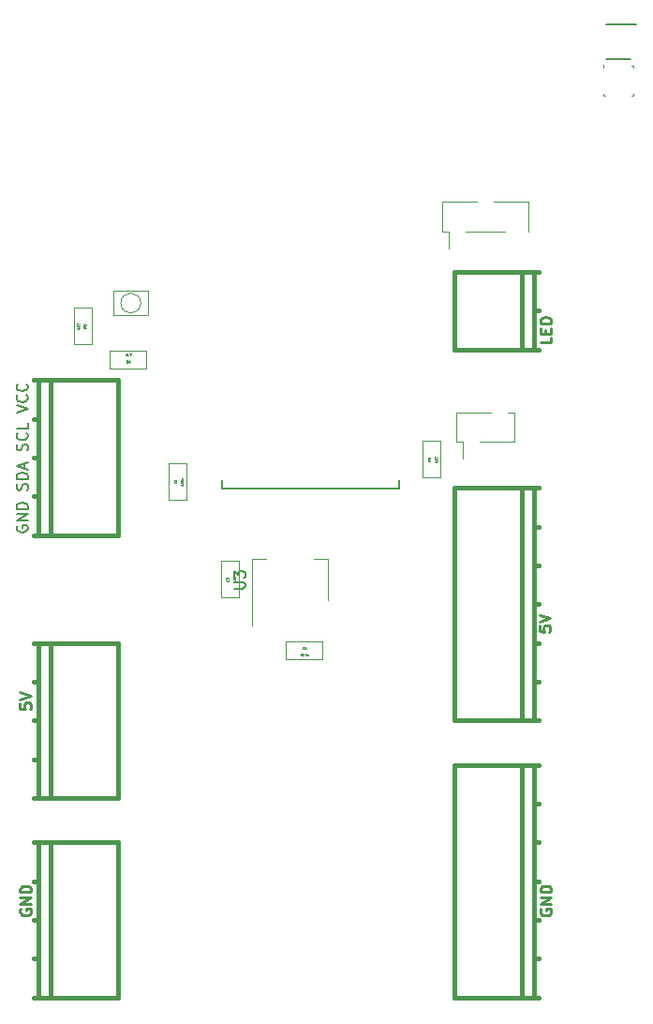
<source format=gbr>
G04 #@! TF.GenerationSoftware,KiCad,Pcbnew,(5.0.0)*
G04 #@! TF.CreationDate,2019-11-27T07:53:08+01:00*
G04 #@! TF.ProjectId,hexagon,68657861676F6E2E6B696361645F7063,rev?*
G04 #@! TF.SameCoordinates,Original*
G04 #@! TF.FileFunction,Legend,Top*
G04 #@! TF.FilePolarity,Positive*
%FSLAX46Y46*%
G04 Gerber Fmt 4.6, Leading zero omitted, Abs format (unit mm)*
G04 Created by KiCad (PCBNEW (5.0.0)) date 11/27/19 07:53:08*
%MOMM*%
%LPD*%
G01*
G04 APERTURE LIST*
%ADD10C,0.100000*%
%ADD11C,0.150000*%
%ADD12C,0.381000*%
%ADD13C,0.001000*%
%ADD14C,0.120000*%
%ADD15C,0.152400*%
%ADD16C,0.190500*%
%ADD17C,0.050000*%
%ADD18C,0.250000*%
G04 APERTURE END LIST*
D10*
G04 #@! TO.C,U1*
X78650000Y-35585000D02*
X78800000Y-35585000D01*
X78650000Y-35575000D02*
X78650000Y-35425000D01*
X81350000Y-35575000D02*
X81350000Y-35425000D01*
X81350000Y-35575000D02*
X81200000Y-35575000D01*
X81200000Y-32875000D02*
X81350000Y-32875000D01*
X81350000Y-32875000D02*
X81350000Y-33025000D01*
X78650000Y-33025000D02*
X78650000Y-32775000D01*
D11*
G04 #@! TO.C,U2*
X81650000Y-29175000D02*
X78900000Y-29175000D01*
X81100000Y-32275000D02*
X78900000Y-32275000D01*
D12*
G04 #@! TO.C,J6*
X27600000Y-64749800D02*
X27200000Y-64749800D01*
X27600000Y-68249800D02*
X27200000Y-68249800D01*
X27600000Y-71749800D02*
X27200000Y-71749800D01*
X28700000Y-61249800D02*
X28700000Y-75249800D01*
X27600000Y-61249800D02*
X27600000Y-75249800D01*
X34800000Y-61249800D02*
X27200000Y-61249800D01*
X27200000Y-75249800D02*
X34800000Y-75249800D01*
X34800000Y-75249800D02*
X34800000Y-61249800D01*
D13*
G04 #@! TO.C,C1*
X49999900Y-86461600D02*
X53301900Y-86461600D01*
X49999900Y-84861400D02*
X49999900Y-86461600D01*
X53301900Y-84861400D02*
X49999900Y-84861400D01*
X53301900Y-86461600D02*
X53301900Y-84861400D01*
G04 #@! TO.C,C3*
X45694600Y-77599540D02*
X44094400Y-77599540D01*
X44094400Y-77599540D02*
X44094400Y-80901540D01*
X44094400Y-80901540D02*
X45694600Y-80901540D01*
X45694600Y-80901540D02*
X45694600Y-77599540D01*
G04 #@! TO.C,C6*
X40995600Y-72075040D02*
X40995600Y-68773040D01*
X39395400Y-72075040D02*
X40995600Y-72075040D01*
X39395400Y-68773040D02*
X39395400Y-72075040D01*
X40995600Y-68773040D02*
X39395400Y-68773040D01*
D12*
G04 #@! TO.C,J1*
X34800000Y-99000000D02*
X34800000Y-85000000D01*
X27200000Y-99000000D02*
X34800000Y-99000000D01*
X34800000Y-85000000D02*
X27200000Y-85000000D01*
X27600000Y-85000000D02*
X27600000Y-99000000D01*
X28700000Y-85000000D02*
X28700000Y-99000000D01*
X27600000Y-95500000D02*
X27200000Y-95500000D01*
X27600000Y-92000000D02*
X27200000Y-92000000D01*
X27600000Y-88500000D02*
X27200000Y-88500000D01*
G04 #@! TO.C,J2*
X27600000Y-106500000D02*
X27200000Y-106500000D01*
X27600000Y-110000000D02*
X27200000Y-110000000D01*
X27600000Y-113500000D02*
X27200000Y-113500000D01*
X28700000Y-103000000D02*
X28700000Y-117000000D01*
X27600000Y-103000000D02*
X27600000Y-117000000D01*
X34800000Y-103000000D02*
X27200000Y-103000000D01*
X27200000Y-117000000D02*
X34800000Y-117000000D01*
X34800000Y-117000000D02*
X34800000Y-103000000D01*
G04 #@! TO.C,J3*
X65200000Y-71000000D02*
X65200000Y-92000000D01*
X72800000Y-71000000D02*
X65200000Y-71000000D01*
X65200000Y-92000000D02*
X72800000Y-92000000D01*
X72400000Y-92000000D02*
X72400000Y-71000000D01*
X71300000Y-92000000D02*
X71300000Y-71000000D01*
X72400000Y-81500000D02*
X72800000Y-81500000D01*
X72400000Y-85000000D02*
X72800000Y-85000000D01*
X72400000Y-88500000D02*
X72800000Y-88500000D01*
X72400000Y-78000000D02*
X72800000Y-78000000D01*
X72400000Y-74500000D02*
X72800000Y-74500000D01*
G04 #@! TO.C,J4*
X72400000Y-99500000D02*
X72800000Y-99500000D01*
X72400000Y-103000000D02*
X72800000Y-103000000D01*
X72400000Y-113500000D02*
X72800000Y-113500000D01*
X72400000Y-110000000D02*
X72800000Y-110000000D01*
X72400000Y-106500000D02*
X72800000Y-106500000D01*
X71300000Y-117000000D02*
X71300000Y-96000000D01*
X72400000Y-117000000D02*
X72400000Y-96000000D01*
X65200000Y-117000000D02*
X72800000Y-117000000D01*
X72800000Y-96000000D02*
X65200000Y-96000000D01*
X65200000Y-96000000D02*
X65200000Y-117000000D01*
G04 #@! TO.C,J7*
X72400000Y-55000000D02*
X72800000Y-55000000D01*
X71300000Y-58500000D02*
X71300000Y-51500000D01*
X72400000Y-58500000D02*
X72400000Y-51500000D01*
X65200000Y-58500000D02*
X72800000Y-58500000D01*
X72800000Y-51500000D02*
X65200000Y-51500000D01*
X65200000Y-51500000D02*
X65200000Y-58500000D01*
D14*
G04 #@! TO.C,JP1*
X65400000Y-66830000D02*
X65400000Y-64170000D01*
X70600000Y-66830000D02*
X70600000Y-64170000D01*
X65400000Y-64170000D02*
X68510000Y-64170000D01*
X65970000Y-66830000D02*
X65970000Y-68350000D01*
X65400000Y-66830000D02*
X65970000Y-66830000D01*
X70030000Y-64170000D02*
X70600000Y-64170000D01*
X67490000Y-66830000D02*
X70600000Y-66830000D01*
D13*
G04 #@! TO.C,R3*
X30810200Y-58049160D02*
X32410400Y-58049160D01*
X32410400Y-58049160D02*
X32410400Y-54747160D01*
X32410400Y-54747160D02*
X30810200Y-54747160D01*
X30810200Y-54747160D02*
X30810200Y-58049160D01*
G04 #@! TO.C,R4*
X37365940Y-58572400D02*
X34063940Y-58572400D01*
X37365940Y-60172600D02*
X37365940Y-58572400D01*
X34063940Y-60172600D02*
X37365940Y-60172600D01*
X34063940Y-58572400D02*
X34063940Y-60172600D01*
G04 #@! TO.C,R5*
X63952120Y-66766440D02*
X62351920Y-66766440D01*
X62351920Y-66766440D02*
X62351920Y-70068440D01*
X62351920Y-70068440D02*
X63952120Y-70068440D01*
X63952120Y-70068440D02*
X63952120Y-66766440D01*
D10*
G04 #@! TO.C,SW1*
X34403700Y-53205200D02*
X37503700Y-53205200D01*
X37503700Y-53205200D02*
X37503700Y-55405200D01*
X37503700Y-55415200D02*
X34403700Y-55405200D01*
X34403700Y-55405200D02*
X34403700Y-53205200D01*
X36853700Y-54305200D02*
G75*
G03X36853700Y-54305200I-900000J0D01*
G01*
D15*
G04 #@! TO.C,U4*
X44196000Y-70269100D02*
X44196000Y-71031100D01*
X44196000Y-71031100D02*
X60198000Y-71031100D01*
X60198000Y-71031100D02*
X60198000Y-70269100D01*
D14*
G04 #@! TO.C,U3*
X53740100Y-77401500D02*
X52480100Y-77401500D01*
X46920100Y-77401500D02*
X48180100Y-77401500D01*
X53740100Y-81161500D02*
X53740100Y-77401500D01*
X46920100Y-83411500D02*
X46920100Y-77401500D01*
G04 #@! TO.C,J8*
X64130000Y-47830000D02*
X64130000Y-45170000D01*
X71870000Y-47830000D02*
X71870000Y-45170000D01*
X64130000Y-45170000D02*
X67240000Y-45170000D01*
X64700000Y-47830000D02*
X64700000Y-49350000D01*
X64130000Y-47830000D02*
X64700000Y-47830000D01*
X71300000Y-45170000D02*
X71870000Y-45170000D01*
X68760000Y-45170000D02*
X71870000Y-45170000D01*
X66220000Y-47830000D02*
X69780000Y-47830000D01*
G04 #@! TO.C,*
D11*
G04 #@! TO.C,J6*
D16*
X25686700Y-74419647D02*
X25639080Y-74514885D01*
X25639080Y-74657742D01*
X25686700Y-74800600D01*
X25781938Y-74895838D01*
X25877176Y-74943457D01*
X26067652Y-74991076D01*
X26210509Y-74991076D01*
X26400985Y-74943457D01*
X26496223Y-74895838D01*
X26591461Y-74800600D01*
X26639080Y-74657742D01*
X26639080Y-74562504D01*
X26591461Y-74419647D01*
X26543842Y-74372028D01*
X26210509Y-74372028D01*
X26210509Y-74562504D01*
X26639080Y-73943457D02*
X25639080Y-73943457D01*
X26639080Y-73372028D01*
X25639080Y-73372028D01*
X26639080Y-72895838D02*
X25639080Y-72895838D01*
X25639080Y-72657742D01*
X25686700Y-72514885D01*
X25781938Y-72419647D01*
X25877176Y-72372028D01*
X26067652Y-72324409D01*
X26210509Y-72324409D01*
X26400985Y-72372028D01*
X26496223Y-72419647D01*
X26591461Y-72514885D01*
X26639080Y-72657742D01*
X26639080Y-72895838D01*
X26591461Y-71181552D02*
X26639080Y-71038695D01*
X26639080Y-70800600D01*
X26591461Y-70705361D01*
X26543842Y-70657742D01*
X26448604Y-70610123D01*
X26353366Y-70610123D01*
X26258128Y-70657742D01*
X26210509Y-70705361D01*
X26162890Y-70800600D01*
X26115271Y-70991076D01*
X26067652Y-71086314D01*
X26020033Y-71133933D01*
X25924795Y-71181552D01*
X25829557Y-71181552D01*
X25734319Y-71133933D01*
X25686700Y-71086314D01*
X25639080Y-70991076D01*
X25639080Y-70752980D01*
X25686700Y-70610123D01*
X26639080Y-70181552D02*
X25639080Y-70181552D01*
X25639080Y-69943457D01*
X25686700Y-69800600D01*
X25781938Y-69705361D01*
X25877176Y-69657742D01*
X26067652Y-69610123D01*
X26210509Y-69610123D01*
X26400985Y-69657742D01*
X26496223Y-69705361D01*
X26591461Y-69800600D01*
X26639080Y-69943457D01*
X26639080Y-70181552D01*
X26353366Y-69229171D02*
X26353366Y-68752980D01*
X26639080Y-69324409D02*
X25639080Y-68991076D01*
X26639080Y-68657742D01*
X26591461Y-67610123D02*
X26639080Y-67467266D01*
X26639080Y-67229171D01*
X26591461Y-67133933D01*
X26543842Y-67086314D01*
X26448604Y-67038695D01*
X26353366Y-67038695D01*
X26258128Y-67086314D01*
X26210509Y-67133933D01*
X26162890Y-67229171D01*
X26115271Y-67419647D01*
X26067652Y-67514885D01*
X26020033Y-67562504D01*
X25924795Y-67610123D01*
X25829557Y-67610123D01*
X25734319Y-67562504D01*
X25686700Y-67514885D01*
X25639080Y-67419647D01*
X25639080Y-67181552D01*
X25686700Y-67038695D01*
X26543842Y-66038695D02*
X26591461Y-66086314D01*
X26639080Y-66229171D01*
X26639080Y-66324409D01*
X26591461Y-66467266D01*
X26496223Y-66562504D01*
X26400985Y-66610123D01*
X26210509Y-66657742D01*
X26067652Y-66657742D01*
X25877176Y-66610123D01*
X25781938Y-66562504D01*
X25686700Y-66467266D01*
X25639080Y-66324409D01*
X25639080Y-66229171D01*
X25686700Y-66086314D01*
X25734319Y-66038695D01*
X26639080Y-65133933D02*
X26639080Y-65610123D01*
X25639080Y-65610123D01*
X25639080Y-64181552D02*
X26639080Y-63848219D01*
X25639080Y-63514885D01*
X26543842Y-62610123D02*
X26591461Y-62657742D01*
X26639080Y-62800600D01*
X26639080Y-62895838D01*
X26591461Y-63038695D01*
X26496223Y-63133933D01*
X26400985Y-63181552D01*
X26210509Y-63229171D01*
X26067652Y-63229171D01*
X25877176Y-63181552D01*
X25781938Y-63133933D01*
X25686700Y-63038695D01*
X25639080Y-62895838D01*
X25639080Y-62800600D01*
X25686700Y-62657742D01*
X25734319Y-62610123D01*
X26543842Y-61610123D02*
X26591461Y-61657742D01*
X26639080Y-61800600D01*
X26639080Y-61895838D01*
X26591461Y-62038695D01*
X26496223Y-62133933D01*
X26400985Y-62181552D01*
X26210509Y-62229171D01*
X26067652Y-62229171D01*
X25877176Y-62181552D01*
X25781938Y-62133933D01*
X25686700Y-62038695D01*
X25639080Y-61895838D01*
X25639080Y-61800600D01*
X25686700Y-61657742D01*
X25734319Y-61610123D01*
G04 #@! TO.C,C1*
D17*
X51617566Y-85532928D02*
X51608042Y-85542452D01*
X51579471Y-85551976D01*
X51560423Y-85551976D01*
X51531852Y-85542452D01*
X51512804Y-85523404D01*
X51503280Y-85504357D01*
X51493757Y-85466261D01*
X51493757Y-85437690D01*
X51503280Y-85399595D01*
X51512804Y-85380547D01*
X51531852Y-85361500D01*
X51560423Y-85351976D01*
X51579471Y-85351976D01*
X51608042Y-85361500D01*
X51617566Y-85371023D01*
X51808042Y-85551976D02*
X51693757Y-85551976D01*
X51750900Y-85551976D02*
X51750900Y-85351976D01*
X51731852Y-85380547D01*
X51712804Y-85399595D01*
X51693757Y-85409119D01*
X51427090Y-86151976D02*
X51312804Y-86151976D01*
X51369947Y-86151976D02*
X51369947Y-85951976D01*
X51350900Y-85980547D01*
X51331852Y-85999595D01*
X51312804Y-86009119D01*
X51550900Y-85951976D02*
X51569947Y-85951976D01*
X51588995Y-85961500D01*
X51598519Y-85971023D01*
X51608042Y-85990071D01*
X51617566Y-86028166D01*
X51617566Y-86075785D01*
X51608042Y-86113880D01*
X51598519Y-86132928D01*
X51588995Y-86142452D01*
X51569947Y-86151976D01*
X51550900Y-86151976D01*
X51531852Y-86142452D01*
X51522328Y-86132928D01*
X51512804Y-86113880D01*
X51503280Y-86075785D01*
X51503280Y-86028166D01*
X51512804Y-85990071D01*
X51522328Y-85971023D01*
X51531852Y-85961500D01*
X51550900Y-85951976D01*
X51741376Y-85951976D02*
X51760423Y-85951976D01*
X51779471Y-85961500D01*
X51788995Y-85971023D01*
X51798519Y-85990071D01*
X51808042Y-86028166D01*
X51808042Y-86075785D01*
X51798519Y-86113880D01*
X51788995Y-86132928D01*
X51779471Y-86142452D01*
X51760423Y-86151976D01*
X51741376Y-86151976D01*
X51722328Y-86142452D01*
X51712804Y-86132928D01*
X51703280Y-86113880D01*
X51693757Y-86075785D01*
X51693757Y-86028166D01*
X51703280Y-85990071D01*
X51712804Y-85971023D01*
X51722328Y-85961500D01*
X51741376Y-85951976D01*
X51893757Y-86018642D02*
X51893757Y-86151976D01*
X51893757Y-86037690D02*
X51903280Y-86028166D01*
X51922328Y-86018642D01*
X51950900Y-86018642D01*
X51969947Y-86028166D01*
X51979471Y-86047214D01*
X51979471Y-86151976D01*
G04 #@! TO.C,C3*
X44765928Y-79283873D02*
X44775452Y-79293397D01*
X44784976Y-79321968D01*
X44784976Y-79341016D01*
X44775452Y-79369587D01*
X44756404Y-79388635D01*
X44737357Y-79398159D01*
X44699261Y-79407682D01*
X44670690Y-79407682D01*
X44632595Y-79398159D01*
X44613547Y-79388635D01*
X44594500Y-79369587D01*
X44584976Y-79341016D01*
X44584976Y-79321968D01*
X44594500Y-79293397D01*
X44604023Y-79283873D01*
X44584976Y-79217206D02*
X44584976Y-79093397D01*
X44661166Y-79160063D01*
X44661166Y-79131492D01*
X44670690Y-79112444D01*
X44680214Y-79102920D01*
X44699261Y-79093397D01*
X44746880Y-79093397D01*
X44765928Y-79102920D01*
X44775452Y-79112444D01*
X44784976Y-79131492D01*
X44784976Y-79188635D01*
X44775452Y-79207682D01*
X44765928Y-79217206D01*
X45384976Y-79379111D02*
X45384976Y-79493397D01*
X45384976Y-79436254D02*
X45184976Y-79436254D01*
X45213547Y-79455301D01*
X45232595Y-79474349D01*
X45242119Y-79493397D01*
X45184976Y-79255301D02*
X45184976Y-79236254D01*
X45194500Y-79217206D01*
X45204023Y-79207682D01*
X45223071Y-79198159D01*
X45261166Y-79188635D01*
X45308785Y-79188635D01*
X45346880Y-79198159D01*
X45365928Y-79207682D01*
X45375452Y-79217206D01*
X45384976Y-79236254D01*
X45384976Y-79255301D01*
X45375452Y-79274349D01*
X45365928Y-79283873D01*
X45346880Y-79293397D01*
X45308785Y-79302920D01*
X45261166Y-79302920D01*
X45223071Y-79293397D01*
X45204023Y-79283873D01*
X45194500Y-79274349D01*
X45184976Y-79255301D01*
X45251642Y-79017206D02*
X45384976Y-79017206D01*
X45251642Y-79102920D02*
X45356404Y-79102920D01*
X45375452Y-79093397D01*
X45384976Y-79074349D01*
X45384976Y-79045778D01*
X45375452Y-79026730D01*
X45365928Y-79017206D01*
G04 #@! TO.C,C6*
X40066928Y-70457373D02*
X40076452Y-70466897D01*
X40085976Y-70495468D01*
X40085976Y-70514516D01*
X40076452Y-70543087D01*
X40057404Y-70562135D01*
X40038357Y-70571659D01*
X40000261Y-70581182D01*
X39971690Y-70581182D01*
X39933595Y-70571659D01*
X39914547Y-70562135D01*
X39895500Y-70543087D01*
X39885976Y-70514516D01*
X39885976Y-70495468D01*
X39895500Y-70466897D01*
X39905023Y-70457373D01*
X39885976Y-70285944D02*
X39885976Y-70324040D01*
X39895500Y-70343087D01*
X39905023Y-70352611D01*
X39933595Y-70371659D01*
X39971690Y-70381182D01*
X40047880Y-70381182D01*
X40066928Y-70371659D01*
X40076452Y-70362135D01*
X40085976Y-70343087D01*
X40085976Y-70304992D01*
X40076452Y-70285944D01*
X40066928Y-70276420D01*
X40047880Y-70266897D01*
X40000261Y-70266897D01*
X39981214Y-70276420D01*
X39971690Y-70285944D01*
X39962166Y-70304992D01*
X39962166Y-70343087D01*
X39971690Y-70362135D01*
X39981214Y-70371659D01*
X40000261Y-70381182D01*
X40685976Y-70647849D02*
X40685976Y-70762135D01*
X40685976Y-70704992D02*
X40485976Y-70704992D01*
X40514547Y-70724040D01*
X40533595Y-70743087D01*
X40543119Y-70762135D01*
X40485976Y-70524040D02*
X40485976Y-70504992D01*
X40495500Y-70485944D01*
X40505023Y-70476420D01*
X40524071Y-70466897D01*
X40562166Y-70457373D01*
X40609785Y-70457373D01*
X40647880Y-70466897D01*
X40666928Y-70476420D01*
X40676452Y-70485944D01*
X40685976Y-70504992D01*
X40685976Y-70524040D01*
X40676452Y-70543087D01*
X40666928Y-70552611D01*
X40647880Y-70562135D01*
X40609785Y-70571659D01*
X40562166Y-70571659D01*
X40524071Y-70562135D01*
X40505023Y-70552611D01*
X40495500Y-70543087D01*
X40485976Y-70524040D01*
X40485976Y-70333563D02*
X40485976Y-70314516D01*
X40495500Y-70295468D01*
X40505023Y-70285944D01*
X40524071Y-70276420D01*
X40562166Y-70266897D01*
X40609785Y-70266897D01*
X40647880Y-70276420D01*
X40666928Y-70285944D01*
X40676452Y-70295468D01*
X40685976Y-70314516D01*
X40685976Y-70333563D01*
X40676452Y-70352611D01*
X40666928Y-70362135D01*
X40647880Y-70371659D01*
X40609785Y-70381182D01*
X40562166Y-70381182D01*
X40524071Y-70371659D01*
X40505023Y-70362135D01*
X40495500Y-70352611D01*
X40485976Y-70333563D01*
X40552642Y-70181182D02*
X40685976Y-70181182D01*
X40571690Y-70181182D02*
X40562166Y-70171659D01*
X40552642Y-70152611D01*
X40552642Y-70124040D01*
X40562166Y-70104992D01*
X40581214Y-70095468D01*
X40685976Y-70095468D01*
G04 #@! TO.C,J1*
D18*
X25952380Y-90440476D02*
X25952380Y-90916666D01*
X26428571Y-90964285D01*
X26380952Y-90916666D01*
X26333333Y-90821428D01*
X26333333Y-90583333D01*
X26380952Y-90488095D01*
X26428571Y-90440476D01*
X26523809Y-90392857D01*
X26761904Y-90392857D01*
X26857142Y-90440476D01*
X26904761Y-90488095D01*
X26952380Y-90583333D01*
X26952380Y-90821428D01*
X26904761Y-90916666D01*
X26857142Y-90964285D01*
X25952380Y-90107142D02*
X26952380Y-89773809D01*
X25952380Y-89440476D01*
G04 #@! TO.C,J2*
X26000000Y-109011904D02*
X25952380Y-109107142D01*
X25952380Y-109250000D01*
X26000000Y-109392857D01*
X26095238Y-109488095D01*
X26190476Y-109535714D01*
X26380952Y-109583333D01*
X26523809Y-109583333D01*
X26714285Y-109535714D01*
X26809523Y-109488095D01*
X26904761Y-109392857D01*
X26952380Y-109250000D01*
X26952380Y-109154761D01*
X26904761Y-109011904D01*
X26857142Y-108964285D01*
X26523809Y-108964285D01*
X26523809Y-109154761D01*
X26952380Y-108535714D02*
X25952380Y-108535714D01*
X26952380Y-107964285D01*
X25952380Y-107964285D01*
X26952380Y-107488095D02*
X25952380Y-107488095D01*
X25952380Y-107250000D01*
X26000000Y-107107142D01*
X26095238Y-107011904D01*
X26190476Y-106964285D01*
X26380952Y-106916666D01*
X26523809Y-106916666D01*
X26714285Y-106964285D01*
X26809523Y-107011904D01*
X26904761Y-107107142D01*
X26952380Y-107250000D01*
X26952380Y-107488095D01*
G04 #@! TO.C,J3*
X72877380Y-83440476D02*
X72877380Y-83916666D01*
X73353571Y-83964285D01*
X73305952Y-83916666D01*
X73258333Y-83821428D01*
X73258333Y-83583333D01*
X73305952Y-83488095D01*
X73353571Y-83440476D01*
X73448809Y-83392857D01*
X73686904Y-83392857D01*
X73782142Y-83440476D01*
X73829761Y-83488095D01*
X73877380Y-83583333D01*
X73877380Y-83821428D01*
X73829761Y-83916666D01*
X73782142Y-83964285D01*
X72877380Y-83107142D02*
X73877380Y-82773809D01*
X72877380Y-82440476D01*
G04 #@! TO.C,J4*
X73000000Y-109011904D02*
X72952380Y-109107142D01*
X72952380Y-109250000D01*
X73000000Y-109392857D01*
X73095238Y-109488095D01*
X73190476Y-109535714D01*
X73380952Y-109583333D01*
X73523809Y-109583333D01*
X73714285Y-109535714D01*
X73809523Y-109488095D01*
X73904761Y-109392857D01*
X73952380Y-109250000D01*
X73952380Y-109154761D01*
X73904761Y-109011904D01*
X73857142Y-108964285D01*
X73523809Y-108964285D01*
X73523809Y-109154761D01*
X73952380Y-108535714D02*
X72952380Y-108535714D01*
X73952380Y-107964285D01*
X72952380Y-107964285D01*
X73952380Y-107488095D02*
X72952380Y-107488095D01*
X72952380Y-107250000D01*
X73000000Y-107107142D01*
X73095238Y-107011904D01*
X73190476Y-106964285D01*
X73380952Y-106916666D01*
X73523809Y-106916666D01*
X73714285Y-106964285D01*
X73809523Y-107011904D01*
X73904761Y-107107142D01*
X73952380Y-107250000D01*
X73952380Y-107488095D01*
G04 #@! TO.C,J7*
X73952380Y-57392857D02*
X73952380Y-57869047D01*
X72952380Y-57869047D01*
X73428571Y-57059523D02*
X73428571Y-56726190D01*
X73952380Y-56583333D02*
X73952380Y-57059523D01*
X72952380Y-57059523D01*
X72952380Y-56583333D01*
X73952380Y-56154761D02*
X72952380Y-56154761D01*
X72952380Y-55916666D01*
X73000000Y-55773809D01*
X73095238Y-55678571D01*
X73190476Y-55630952D01*
X73380952Y-55583333D01*
X73523809Y-55583333D01*
X73714285Y-55630952D01*
X73809523Y-55678571D01*
X73904761Y-55773809D01*
X73952380Y-55916666D01*
X73952380Y-56154761D01*
G04 #@! TO.C,R3*
D17*
X31900776Y-56431493D02*
X31805538Y-56498160D01*
X31900776Y-56545779D02*
X31700776Y-56545779D01*
X31700776Y-56469588D01*
X31710300Y-56450540D01*
X31719823Y-56441017D01*
X31738871Y-56431493D01*
X31767442Y-56431493D01*
X31786490Y-56441017D01*
X31796014Y-56450540D01*
X31805538Y-56469588D01*
X31805538Y-56545779D01*
X31700776Y-56364826D02*
X31700776Y-56241017D01*
X31776966Y-56307683D01*
X31776966Y-56279112D01*
X31786490Y-56260064D01*
X31796014Y-56250540D01*
X31815061Y-56241017D01*
X31862680Y-56241017D01*
X31881728Y-56250540D01*
X31891252Y-56260064D01*
X31900776Y-56279112D01*
X31900776Y-56336255D01*
X31891252Y-56355302D01*
X31881728Y-56364826D01*
X31167442Y-56536255D02*
X31300776Y-56536255D01*
X31091252Y-56583874D02*
X31234109Y-56631493D01*
X31234109Y-56507683D01*
X31300776Y-56431493D02*
X31100776Y-56431493D01*
X31224585Y-56412445D02*
X31300776Y-56355302D01*
X31167442Y-56355302D02*
X31243633Y-56431493D01*
X31100776Y-56288636D02*
X31100776Y-56155302D01*
X31300776Y-56241017D01*
G04 #@! TO.C,R4*
X35681606Y-59662976D02*
X35614940Y-59567738D01*
X35567320Y-59662976D02*
X35567320Y-59462976D01*
X35643511Y-59462976D01*
X35662559Y-59472500D01*
X35672082Y-59482023D01*
X35681606Y-59501071D01*
X35681606Y-59529642D01*
X35672082Y-59548690D01*
X35662559Y-59558214D01*
X35643511Y-59567738D01*
X35567320Y-59567738D01*
X35853035Y-59529642D02*
X35853035Y-59662976D01*
X35805416Y-59453452D02*
X35757797Y-59596309D01*
X35881606Y-59596309D01*
X35576844Y-58929642D02*
X35576844Y-59062976D01*
X35529225Y-58853452D02*
X35481606Y-58996309D01*
X35605416Y-58996309D01*
X35681606Y-59062976D02*
X35681606Y-58862976D01*
X35700654Y-58986785D02*
X35757797Y-59062976D01*
X35757797Y-58929642D02*
X35681606Y-59005833D01*
X35824463Y-58862976D02*
X35957797Y-58862976D01*
X35872082Y-59062976D01*
G04 #@! TO.C,R5*
X63042496Y-68450773D02*
X62947258Y-68517440D01*
X63042496Y-68565059D02*
X62842496Y-68565059D01*
X62842496Y-68488868D01*
X62852020Y-68469820D01*
X62861543Y-68460297D01*
X62880591Y-68450773D01*
X62909162Y-68450773D01*
X62928210Y-68460297D01*
X62937734Y-68469820D01*
X62947258Y-68488868D01*
X62947258Y-68565059D01*
X62842496Y-68269820D02*
X62842496Y-68365059D01*
X62937734Y-68374582D01*
X62928210Y-68365059D01*
X62918686Y-68346011D01*
X62918686Y-68298392D01*
X62928210Y-68279344D01*
X62937734Y-68269820D01*
X62956781Y-68260297D01*
X63004400Y-68260297D01*
X63023448Y-68269820D01*
X63032972Y-68279344D01*
X63042496Y-68298392D01*
X63042496Y-68346011D01*
X63032972Y-68365059D01*
X63023448Y-68374582D01*
X63509162Y-68555535D02*
X63642496Y-68555535D01*
X63432972Y-68603154D02*
X63575829Y-68650773D01*
X63575829Y-68526963D01*
X63642496Y-68450773D02*
X63442496Y-68450773D01*
X63566305Y-68431725D02*
X63642496Y-68374582D01*
X63509162Y-68374582D02*
X63585353Y-68450773D01*
X63442496Y-68307916D02*
X63442496Y-68174582D01*
X63642496Y-68260297D01*
G04 #@! TO.C,U3*
D11*
X45282480Y-80073404D02*
X46092004Y-80073404D01*
X46187242Y-80025785D01*
X46234861Y-79978166D01*
X46282480Y-79882928D01*
X46282480Y-79692452D01*
X46234861Y-79597214D01*
X46187242Y-79549595D01*
X46092004Y-79501976D01*
X45282480Y-79501976D01*
X45282480Y-79121023D02*
X45282480Y-78501976D01*
X45663433Y-78835309D01*
X45663433Y-78692452D01*
X45711052Y-78597214D01*
X45758671Y-78549595D01*
X45853909Y-78501976D01*
X46092004Y-78501976D01*
X46187242Y-78549595D01*
X46234861Y-78597214D01*
X46282480Y-78692452D01*
X46282480Y-78978166D01*
X46234861Y-79073404D01*
X46187242Y-79121023D01*
G04 #@! TO.C,*
G04 #@! TD*
M02*

</source>
